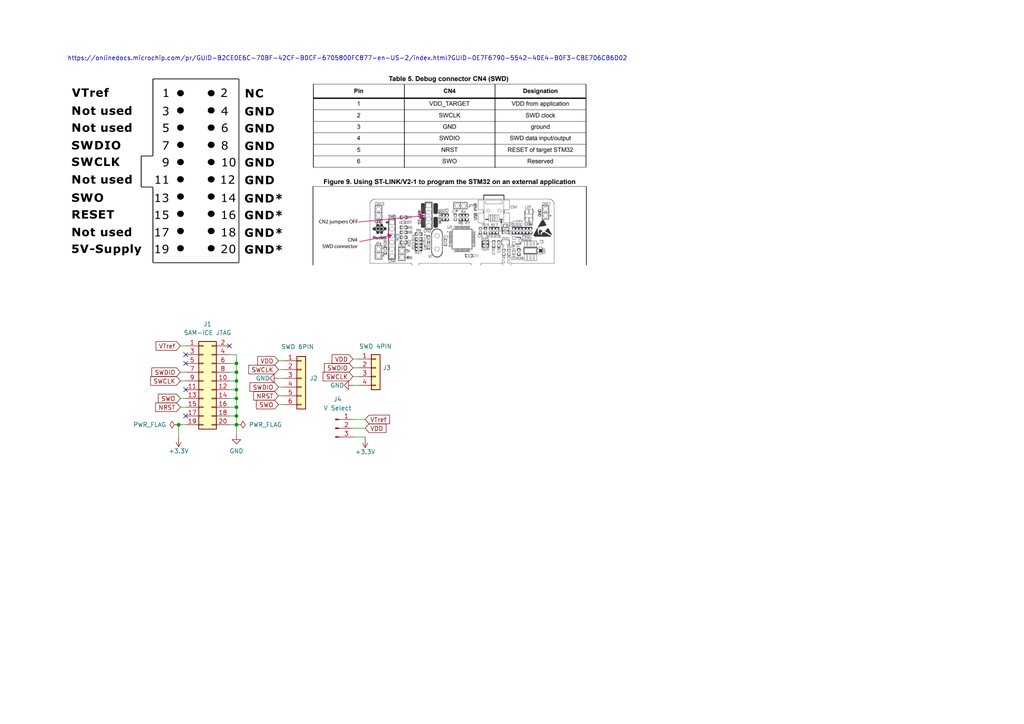
<source format=kicad_sch>
(kicad_sch (version 20211123) (generator eeschema)
  (paper "A4")
  (title_block (title "JTAG to SWD ") (date "2023-10-16") (rev "1.0") (comment 1 "Samiul"))
  (lib_symbols
    (symbol "Connector:Conn_01x03_Male" (pin_names (offset 1.016) hide)
      (property "Reference" "J" (at 0 5.08 0))
      (property "Value" "Conn_01x03_Male" (at 0 -5.08 0))
      (symbol "Conn_01x03_Male_1_1"
        (polyline (pts (xy 1.27 -2.54) (xy 0.8636 -2.54)) (stroke (width 0.1524)))
        (polyline (pts (xy 1.27 0) (xy 0.8636 0)) (stroke (width 0.1524)))
        (polyline (pts (xy 1.27 2.54) (xy 0.8636 2.54)) (stroke (width 0.1524)))
        (rectangle (start 0.8636 -2.413) (end 0 -2.667) (stroke (width 0.1524)) (fill (type outline)))
        (rectangle (start 0.8636 0.127) (end 0 -0.127) (stroke (width 0.1524)) (fill (type outline)))
        (rectangle (start 0.8636 2.667) (end 0 2.413) (stroke (width 0.1524)) (fill (type outline)))
        (pin passive line (at 5.08 2.54 180) (length 3.81) (name "Pin_1") (number "1"))
        (pin passive line (at 5.08 0 180) (length 3.81) (name "Pin_2") (number "2"))
        (pin passive line (at 5.08 -2.54 180) (length 3.81) (name "Pin_3") (number "3"))
      )
    )
    (symbol "Connector_Generic:Conn_01x04" (pin_names (offset 1.016) hide)
      (property "Reference" "J" (at 0 5.08 0))
      (property "Value" "Conn_01x04" (at 0 -7.62 0))
      (symbol "Conn_01x04_1_1"
        (rectangle (start -1.27 -4.953) (end 0 -5.207) (stroke (width 0.1524)))
        (rectangle (start -1.27 -2.413) (end 0 -2.667) (stroke (width 0.1524)))
        (rectangle (start -1.27 0.127) (end 0 -0.127) (stroke (width 0.1524)))
        (rectangle (start -1.27 2.667) (end 0 2.413) (stroke (width 0.1524)))
        (rectangle (start -1.27 3.81) (end 1.27 -6.35) (stroke (width 0.254)) (fill (type background)))
        (pin passive line (at -5.08 2.54 0) (length 3.81) (name "Pin_1") (number "1"))
        (pin passive line (at -5.08 0 0) (length 3.81) (name "Pin_2") (number "2"))
        (pin passive line (at -5.08 -2.54 0) (length 3.81) (name "Pin_3") (number "3"))
        (pin passive line (at -5.08 -5.08 0) (length 3.81) (name "Pin_4") (number "4"))
      )
    )
    (symbol "Connector_Generic:Conn_01x06" (pin_names (offset 1.016) hide)
      (property "Reference" "J" (at 0 7.62 0))
      (property "Value" "Conn_01x06" (at 0 -10.16 0))
      (symbol "Conn_01x06_1_1"
        (rectangle (start -1.27 -7.493) (end 0 -7.747) (stroke (width 0.1524)))
        (rectangle (start -1.27 -4.953) (end 0 -5.207) (stroke (width 0.1524)))
        (rectangle (start -1.27 -2.413) (end 0 -2.667) (stroke (width 0.1524)))
        (rectangle (start -1.27 0.127) (end 0 -0.127) (stroke (width 0.1524)))
        (rectangle (start -1.27 2.667) (end 0 2.413) (stroke (width 0.1524)))
        (rectangle (start -1.27 5.207) (end 0 4.953) (stroke (width 0.1524)))
        (rectangle (start -1.27 6.35) (end 1.27 -8.89) (stroke (width 0.254)) (fill (type background)))
        (pin passive line (at -5.08 5.08 0) (length 3.81) (name "Pin_1") (number "1"))
        (pin passive line (at -5.08 2.54 0) (length 3.81) (name "Pin_2") (number "2"))
        (pin passive line (at -5.08 0 0) (length 3.81) (name "Pin_3") (number "3"))
        (pin passive line (at -5.08 -2.54 0) (length 3.81) (name "Pin_4") (number "4"))
        (pin passive line (at -5.08 -5.08 0) (length 3.81) (name "Pin_5") (number "5"))
        (pin passive line (at -5.08 -7.62 0) (length 3.81) (name "Pin_6") (number "6"))
      )
    )
    (symbol "Connector_Generic:Conn_02x10_Odd_Even" (pin_names (offset 1.016) hide)
      (property "Reference" "J" (at 1.27 12.7 0))
      (property "Value" "Conn_02x10_Odd_Even" (at 1.27 -15.24 0))
      (symbol "Conn_02x10_Odd_Even_1_1"
        (rectangle (start -1.27 -12.573) (end 0 -12.827) (stroke (width 0.1524)))
        (rectangle (start -1.27 -10.033) (end 0 -10.287) (stroke (width 0.1524)))
        (rectangle (start -1.27 -7.493) (end 0 -7.747) (stroke (width 0.1524)))
        (rectangle (start -1.27 -4.953) (end 0 -5.207) (stroke (width 0.1524)))
        (rectangle (start -1.27 -2.413) (end 0 -2.667) (stroke (width 0.1524)))
        (rectangle (start -1.27 0.127) (end 0 -0.127) (stroke (width 0.1524)))
        (rectangle (start -1.27 2.667) (end 0 2.413) (stroke (width 0.1524)))
        (rectangle (start -1.27 5.207) (end 0 4.953) (stroke (width 0.1524)))
        (rectangle (start -1.27 7.747) (end 0 7.493) (stroke (width 0.1524)))
        (rectangle (start -1.27 10.287) (end 0 10.033) (stroke (width 0.1524)))
        (rectangle (start -1.27 11.43) (end 3.81 -13.97) (stroke (width 0.254)) (fill (type background)))
        (rectangle (start 3.81 -12.573) (end 2.54 -12.827) (stroke (width 0.1524)))
        (rectangle (start 3.81 -10.033) (end 2.54 -10.287) (stroke (width 0.1524)))
        (rectangle (start 3.81 -7.493) (end 2.54 -7.747) (stroke (width 0.1524)))
        (rectangle (start 3.81 -4.953) (end 2.54 -5.207) (stroke (width 0.1524)))
        (rectangle (start 3.81 -2.413) (end 2.54 -2.667) (stroke (width 0.1524)))
        (rectangle (start 3.81 0.127) (end 2.54 -0.127) (stroke (width 0.1524)))
        (rectangle (start 3.81 2.667) (end 2.54 2.413) (stroke (width 0.1524)))
        (rectangle (start 3.81 5.207) (end 2.54 4.953) (stroke (width 0.1524)))
        (rectangle (start 3.81 7.747) (end 2.54 7.493) (stroke (width 0.1524)))
        (rectangle (start 3.81 10.287) (end 2.54 10.033) (stroke (width 0.1524)))
        (pin passive line (at -5.08 10.16 0) (length 3.81) (name "Pin_1") (number "1"))
        (pin passive line (at 7.62 0 180) (length 3.81) (name "Pin_10") (number "10"))
        (pin passive line (at -5.08 -2.54 0) (length 3.81) (name "Pin_11") (number "11"))
        (pin passive line (at 7.62 -2.54 180) (length 3.81) (name "Pin_12") (number "12"))
        (pin passive line (at -5.08 -5.08 0) (length 3.81) (name "Pin_13") (number "13"))
        (pin passive line (at 7.62 -5.08 180) (length 3.81) (name "Pin_14") (number "14"))
        (pin passive line (at -5.08 -7.62 0) (length 3.81) (name "Pin_15") (number "15"))
        (pin passive line (at 7.62 -7.62 180) (length 3.81) (name "Pin_16") (number "16"))
        (pin passive line (at -5.08 -10.16 0) (length 3.81) (name "Pin_17") (number "17"))
        (pin passive line (at 7.62 -10.16 180) (length 3.81) (name "Pin_18") (number "18"))
        (pin passive line (at -5.08 -12.7 0) (length 3.81) (name "Pin_19") (number "19"))
        (pin passive line (at 7.62 10.16 180) (length 3.81) (name "Pin_2") (number "2"))
        (pin passive line (at 7.62 -12.7 180) (length 3.81) (name "Pin_20") (number "20"))
        (pin passive line (at -5.08 7.62 0) (length 3.81) (name "Pin_3") (number "3"))
        (pin passive line (at 7.62 7.62 180) (length 3.81) (name "Pin_4") (number "4"))
        (pin passive line (at -5.08 5.08 0) (length 3.81) (name "Pin_5") (number "5"))
        (pin passive line (at 7.62 5.08 180) (length 3.81) (name "Pin_6") (number "6"))
        (pin passive line (at -5.08 2.54 0) (length 3.81) (name "Pin_7") (number "7"))
        (pin passive line (at 7.62 2.54 180) (length 3.81) (name "Pin_8") (number "8"))
        (pin passive line (at -5.08 0 0) (length 3.81) (name "Pin_9") (number "9"))
      )
    )
    (symbol "power:+3.3V" (power) (pin_names (offset 0))
      (property "Value" "+3.3V" (at 0 3.556 0))
      (symbol "+3.3V_0_1"
        (polyline (pts (xy -0.762 1.27) (xy 0 2.54)))
        (polyline (pts (xy 0 0) (xy 0 2.54)))
        (polyline (pts (xy 0 2.54) (xy 0.762 1.27)))
      )
      (symbol "+3.3V_1_1"
        (pin power_in line (at 0 0 90) (length 0) hide (name "+3.3V") (number "1"))
      )
    )
    (symbol "power:GND" (power) (pin_names (offset 0))
      (property "Value" "GND" (at 0 -3.81 0))
      (symbol "GND_0_1"
        (polyline (pts (xy 0 0) (xy 0 -1.27) (xy 1.27 -1.27) (xy 0 -2.54) (xy -1.27 -1.27) (xy 0 -1.27)))
      )
      (symbol "GND_1_1"
        (pin power_in line (at 0 0 270) (length 0) hide (name "GND") (number "1"))
      )
    )
    (symbol "power:PWR_FLAG" (power) (pin_numbers hide) (pin_names (offset 0) hide)
      (property "Value" "PWR_FLAG" (at 0 3.81 0))
      (symbol "PWR_FLAG_0_0"
        (pin power_out line (at 0 0 90) (length 0) (name "pwr") (number "1"))
      )
      (symbol "PWR_FLAG_0_1"
        (polyline (pts (xy 0 0) (xy 0 1.27) (xy -1.016 1.905) (xy 0 2.54) (xy 1.016 1.905) (xy 0 1.27)))
      )
    )
  )
  (junction (at 68.58 107.95))
  (junction (at 68.58 105.41))
  (junction (at 68.58 120.65))
  (junction (at 68.58 118.11))
  (junction (at 68.58 115.57))
  (junction (at 68.58 123.19))
  (junction (at 68.58 113.03))
  (junction (at 51.816 123.19))
  (junction (at 68.58 110.49))
  (no_connect (at 53.848 102.87))
  (no_connect (at 53.848 105.41))
  (no_connect (at 53.848 113.03))
  (no_connect (at 66.548 100.33))
  (no_connect (at 53.848 120.65))
  (wire (pts (xy 66.548 105.41) (xy 68.58 105.41)))
  (wire (pts (xy 102.362 111.76) (xy 103.886 111.76)))
  (wire (pts (xy 68.58 107.95) (xy 68.58 110.49)))
  (wire (pts (xy 80.772 117.348) (xy 82.296 117.348)))
  (wire (pts (xy 66.548 113.03) (xy 68.58 113.03)))
  (wire (pts (xy 102.362 124.206) (xy 105.918 124.206)))
  (wire (pts (xy 68.58 118.11) (xy 68.58 120.65)))
  (wire (pts (xy 102.362 121.666) (xy 105.918 121.666)))
  (wire (pts (xy 102.362 109.22) (xy 103.886 109.22)))
  (wire (pts (xy 68.58 105.41) (xy 68.58 107.95)))
  (wire (pts (xy 52.324 115.57) (xy 53.848 115.57)))
  (wire (pts (xy 66.548 115.57) (xy 68.58 115.57)))
  (wire (pts (xy 68.58 102.87) (xy 68.58 105.41)))
  (wire (pts (xy 80.772 107.188) (xy 82.296 107.188)))
  (wire (pts (xy 80.772 112.268) (xy 82.296 112.268)))
  (wire (pts (xy 68.58 120.65) (xy 68.58 123.19)))
  (wire (pts (xy 53.848 123.19) (xy 51.816 123.19)))
  (wire (pts (xy 66.548 102.87) (xy 68.58 102.87)))
  (wire (pts (xy 66.548 107.95) (xy 68.58 107.95)))
  (wire (pts (xy 66.548 120.65) (xy 68.58 120.65)))
  (wire (pts (xy 68.58 123.19) (xy 68.58 126.238)))
  (wire (pts (xy 80.772 109.728) (xy 82.296 109.728)))
  (wire (pts (xy 66.548 110.49) (xy 68.58 110.49)))
  (wire (pts (xy 68.58 110.49) (xy 68.58 113.03)))
  (wire (pts (xy 66.548 118.11) (xy 68.58 118.11)))
  (wire (pts (xy 105.918 126.746) (xy 102.362 126.746)))
  (wire (pts (xy 52.324 110.49) (xy 53.848 110.49)))
  (wire (pts (xy 80.772 114.808) (xy 82.296 114.808)))
  (wire (pts (xy 51.816 123.19) (xy 51.816 127)))
  (wire (pts (xy 52.324 107.95) (xy 53.848 107.95)))
  (wire (pts (xy 105.918 127.254) (xy 105.918 126.746)))
  (wire (pts (xy 102.362 106.68) (xy 103.886 106.68)))
  (wire (pts (xy 66.548 123.19) (xy 68.58 123.19)))
  (wire (pts (xy 52.324 118.11) (xy 53.848 118.11)))
  (wire (pts (xy 80.772 104.648) (xy 82.296 104.648)))
  (wire (pts (xy 52.324 100.33) (xy 53.848 100.33)))
  (wire (pts (xy 102.362 104.14) (xy 103.886 104.14)))
  (wire (pts (xy 68.58 113.03) (xy 68.58 115.57)))
  (wire (pts (xy 68.58 115.57) (xy 68.58 118.11)))
  (image (at 51.308 49.022) (scale 0.726899))
  (image (at 130.048 49.276) (scale 1.11345))
  (text "https://onlinedocs.microchip.com/pr/GUID-B2CE0E6C-70BF-42CF-B0CF-6705800FC877-en-US-2/index.html?GUID-0E7F6790-5542-40E4-B0F3-CBE706CB6D02" (at 19.558 17.78 0) (effects (font (size 1.27 1.27)) (justify left bottom)))
  (global_label "VDD" (shape input) (at 80.772 104.648 180) (property "Intersheet References" "${INTERSHEET_REFS}" (effects hide)))
  (global_label "VTref" (shape input) (at 52.324 100.33 180) (property "Intersheet References" "${INTERSHEET_REFS}" (effects hide)))
  (global_label "SWDIO" (shape input) (at 80.772 112.268 180) (property "Intersheet References" "${INTERSHEET_REFS}" (effects hide)))
  (global_label "SWO" (shape input) (at 52.324 115.57 180) (property "Intersheet References" "${INTERSHEET_REFS}" (effects hide)))
  (global_label "NRST" (shape input) (at 80.772 114.808 180) (property "Intersheet References" "${INTERSHEET_REFS}" (effects hide)))
  (global_label "SWCLK" (shape input) (at 80.772 107.188 180) (property "Intersheet References" "${INTERSHEET_REFS}" (effects hide)))
  (global_label "SWCLK" (shape input) (at 102.362 109.22 180) (property "Intersheet References" "${INTERSHEET_REFS}" (effects hide)))
  (global_label "SWDIO" (shape input) (at 52.324 107.95 180) (property "Intersheet References" "${INTERSHEET_REFS}" (effects hide)))
  (global_label "VDD" (shape input) (at 102.362 104.14 180) (property "Intersheet References" "${INTERSHEET_REFS}" (effects hide)))
  (global_label "SWDIO" (shape input) (at 102.362 106.68 180) (property "Intersheet References" "${INTERSHEET_REFS}" (effects hide)))
  (global_label "VTref" (shape input) (at 105.918 121.666 0) (property "Intersheet References" "${INTERSHEET_REFS}" (effects hide)))
  (global_label "NRST" (shape input) (at 52.324 118.11 180) (property "Intersheet References" "${INTERSHEET_REFS}" (effects hide)))
  (global_label "VDD" (shape input) (at 105.918 124.206 0) (property "Intersheet References" "${INTERSHEET_REFS}" (effects hide)))
  (global_label "SWO" (shape input) (at 80.772 117.348 180) (property "Intersheet References" "${INTERSHEET_REFS}" (effects hide)))
  (global_label "SWCLK" (shape input) (at 52.324 110.49 180) (property "Intersheet References" "${INTERSHEET_REFS}" (effects hide)))
  (symbol (lib_id "Connector_Generic:Conn_01x06") (at 87.376 109.728 0) (unit 1)
    (property "Reference" "J2" (at 89.789 109.728 0) (effects (justify left)))
    (property "Value" "SWD 6PIN" (at 81.534 100.584 0) (effects (justify left)))
    (property "Footprint" "Connector_PinHeader_2.54mm:PinHeader_1x06_P2.54mm_Vertical" (effects hide))
  )
  (symbol (lib_id "power:+3.3V") (at 105.918 127.254 180) (unit 1)
    (property "Reference" "#PWR05" (effects hide))
    (property "Value" "+3.3V" (at 105.918 131.064 0))
  )
  (symbol (lib_id "power:GND") (at 80.772 109.728 270) (unit 1)
    (property "Reference" "#PWR01" (effects hide))
    (property "Value" "GND" (at 74.168 109.728 90) (effects (justify left)))
  )
  (symbol (lib_id "power:+3.3V") (at 51.816 127 180) (unit 1)
    (property "Reference" "#PWR04" (effects hide))
    (property "Value" "+3.3V" (at 51.816 130.81 0))
  )
  (symbol (lib_id "Connector_Generic:Conn_01x04") (at 108.966 106.68 0) (unit 1)
    (property "Reference" "J3" (at 110.998 106.6799 0) (effects (justify left)))
    (property "Value" "SWD 4PIN" (at 104.14 100.457 0) (effects (justify left)))
    (property "Footprint" "Connector_PinHeader_2.54mm:PinHeader_1x04_P2.54mm_Vertical" (effects hide))
  )
  (symbol (lib_id "power:GND") (at 68.58 126.238 0) (unit 1)
    (property "Reference" "#PWR03" (effects hide))
    (property "Value" "GND" (at 68.58 130.81 0))
  )
  (symbol (lib_id "power:PWR_FLAG") (at 68.58 123.19 270) (unit 1)
    (property "Reference" "#FLG0102" (effects hide))
    (property "Value" "PWR_FLAG" (at 72.136 123.1899 90) (effects (justify left)))
  )
  (symbol (lib_id "Connector:Conn_01x03_Male") (at 97.282 124.206 0) (unit 1)
    (property "Reference" "J4" (at 97.917 115.824 0))
    (property "Value" "V Select" (at 97.917 118.364 0))
    (property "Footprint" "Connector_PinHeader_2.54mm:PinHeader_1x03_P2.54mm_Vertical" (effects hide))
  )
  (symbol (lib_id "power:PWR_FLAG") (at 51.816 123.19 90) (unit 1)
    (property "Reference" "#FLG0101" (effects hide))
    (property "Value" "PWR_FLAG" (at 48.26 123.1899 90) (effects (justify left)))
  )
  (symbol (lib_id "power:GND") (at 102.362 111.76 270) (unit 1)
    (property "Reference" "#PWR02" (effects hide))
    (property "Value" "GND" (at 95.758 111.76 90) (effects (justify left)))
  )
  (symbol (lib_id "Connector_Generic:Conn_02x10_Odd_Even") (at 58.928 110.49 0) (unit 1)
    (property "Reference" "J1" (at 60.198 93.98 0))
    (property "Value" "SAM-ICE JTAG" (at 60.198 96.52 0))
    (property "Footprint" "Connector_PinSocket_2.54mm:PinSocket_2x10_P2.54mm_Vertical" (effects hide))
  )
)
</source>
